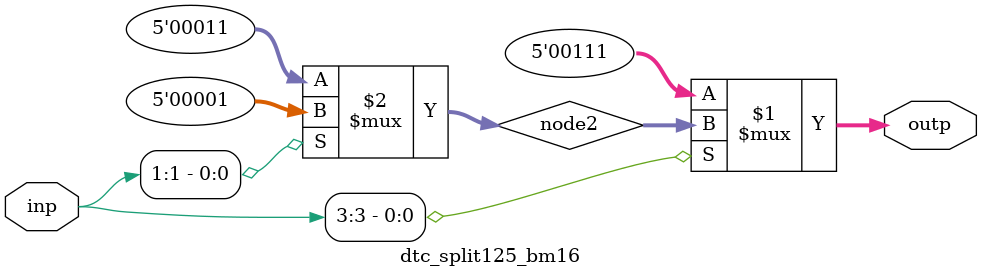
<source format=v>
module dtc_split125_bm16 (
	input  wire [5-1:0] inp,
	output wire [5-1:0] outp
);

	wire [5-1:0] node2;

	assign outp = (inp[3]) ? node2 : 5'b00111;
		assign node2 = (inp[1]) ? 5'b00001 : 5'b00011;

endmodule
</source>
